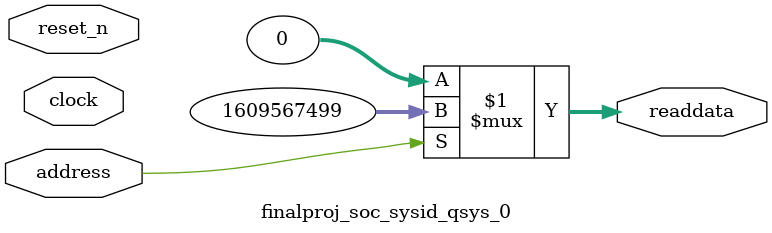
<source format=v>



// synthesis translate_off
`timescale 1ns / 1ps
// synthesis translate_on

// turn off superfluous verilog processor warnings 
// altera message_level Level1 
// altera message_off 10034 10035 10036 10037 10230 10240 10030 

module finalproj_soc_sysid_qsys_0 (
               // inputs:
                address,
                clock,
                reset_n,

               // outputs:
                readdata
             )
;

  output  [ 31: 0] readdata;
  input            address;
  input            clock;
  input            reset_n;

  wire    [ 31: 0] readdata;
  //control_slave, which is an e_avalon_slave
  assign readdata = address ? 1609567499 : 0;

endmodule



</source>
